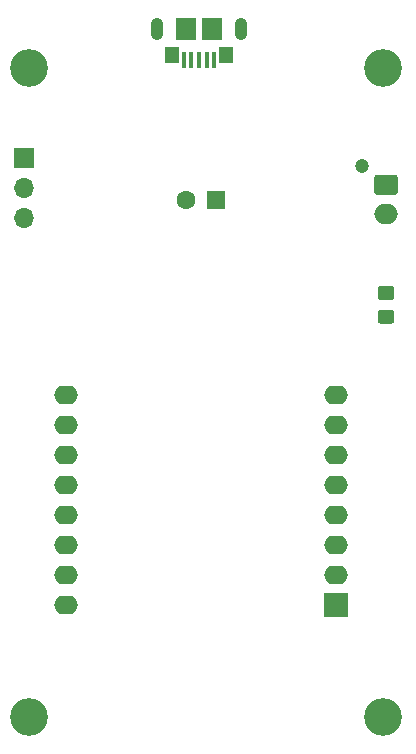
<source format=gts>
%TF.GenerationSoftware,KiCad,Pcbnew,(5.1.10)-1*%
%TF.CreationDate,2021-08-25T17:12:23+08:00*%
%TF.ProjectId,wemos_board,77656d6f-735f-4626-9f61-72642e6b6963,rev?*%
%TF.SameCoordinates,Original*%
%TF.FileFunction,Soldermask,Top*%
%TF.FilePolarity,Negative*%
%FSLAX46Y46*%
G04 Gerber Fmt 4.6, Leading zero omitted, Abs format (unit mm)*
G04 Created by KiCad (PCBNEW (5.1.10)-1) date 2021-08-25 17:12:23*
%MOMM*%
%LPD*%
G01*
G04 APERTURE LIST*
%ADD10C,3.200000*%
%ADD11O,2.000000X1.600000*%
%ADD12R,2.000000X2.000000*%
%ADD13R,1.750000X1.900000*%
%ADD14R,0.400000X1.400000*%
%ADD15O,1.050000X1.900000*%
%ADD16R,1.150000X1.450000*%
%ADD17O,2.000000X1.700000*%
%ADD18C,1.200000*%
%ADD19R,1.600000X1.600000*%
%ADD20C,1.600000*%
%ADD21O,1.700000X1.700000*%
%ADD22R,1.700000X1.700000*%
G04 APERTURE END LIST*
D10*
%TO.C,REF\u002A\u002A*%
X115000000Y-120000000D03*
%TD*%
%TO.C,REF\u002A\u002A*%
X145000000Y-120000000D03*
%TD*%
%TO.C,REF\u002A\u002A*%
X115000000Y-65000000D03*
%TD*%
%TO.C,REF\u002A\u002A*%
X145000000Y-65000000D03*
%TD*%
D11*
%TO.C,U1*%
X140970000Y-107950000D03*
D12*
X140970000Y-110490000D03*
D11*
X140970000Y-105410000D03*
X140970000Y-102870000D03*
X140970000Y-100330000D03*
X140970000Y-97790000D03*
X140970000Y-95250000D03*
X140970000Y-92710000D03*
X118110000Y-92710000D03*
X118110000Y-95250000D03*
X118110000Y-97790000D03*
X118110000Y-100330000D03*
X118110000Y-102870000D03*
X118110000Y-105410000D03*
X118110000Y-107950000D03*
X118110000Y-110490000D03*
%TD*%
%TO.C,R1*%
G36*
G01*
X144789999Y-83490000D02*
X145690001Y-83490000D01*
G75*
G02*
X145940000Y-83739999I0J-249999D01*
G01*
X145940000Y-84440001D01*
G75*
G02*
X145690001Y-84690000I-249999J0D01*
G01*
X144789999Y-84690000D01*
G75*
G02*
X144540000Y-84440001I0J249999D01*
G01*
X144540000Y-83739999D01*
G75*
G02*
X144789999Y-83490000I249999J0D01*
G01*
G37*
G36*
G01*
X144789999Y-85490000D02*
X145690001Y-85490000D01*
G75*
G02*
X145940000Y-85739999I0J-249999D01*
G01*
X145940000Y-86440001D01*
G75*
G02*
X145690001Y-86690000I-249999J0D01*
G01*
X144789999Y-86690000D01*
G75*
G02*
X144540000Y-86440001I0J249999D01*
G01*
X144540000Y-85739999D01*
G75*
G02*
X144789999Y-85490000I249999J0D01*
G01*
G37*
%TD*%
D13*
%TO.C,J1*%
X128279698Y-61700000D03*
D14*
X130054698Y-64350000D03*
X130704698Y-64350000D03*
X128104698Y-64350000D03*
X128754698Y-64350000D03*
X129404698Y-64350000D03*
D13*
X130529698Y-61700000D03*
D15*
X132979698Y-61700000D03*
X125829698Y-61700000D03*
D16*
X127084698Y-63930000D03*
X131724698Y-63930000D03*
%TD*%
%TO.C,D1*%
G36*
G01*
X144490000Y-74080000D02*
X145990000Y-74080000D01*
G75*
G02*
X146240000Y-74330000I0J-250000D01*
G01*
X146240000Y-75530000D01*
G75*
G02*
X145990000Y-75780000I-250000J0D01*
G01*
X144490000Y-75780000D01*
G75*
G02*
X144240000Y-75530000I0J250000D01*
G01*
X144240000Y-74330000D01*
G75*
G02*
X144490000Y-74080000I250000J0D01*
G01*
G37*
D17*
X145240000Y-77430000D03*
D18*
X143240000Y-73330000D03*
%TD*%
D19*
%TO.C,C1*%
X130810000Y-76200000D03*
D20*
X128310000Y-76200000D03*
%TD*%
D21*
%TO.C,J2*%
X114570000Y-77740000D03*
X114570000Y-75200000D03*
D22*
X114570000Y-72660000D03*
%TD*%
M02*

</source>
